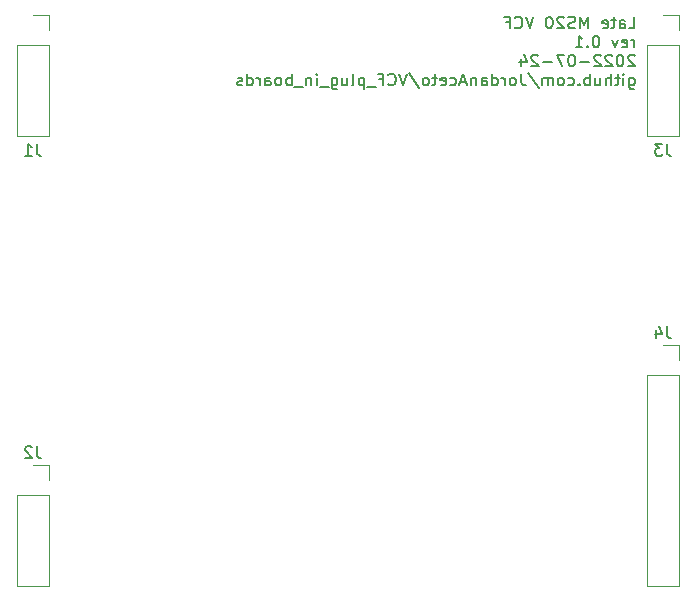
<source format=gbo>
G04 #@! TF.GenerationSoftware,KiCad,Pcbnew,6.0.5+dfsg-1~bpo11+1*
G04 #@! TF.CreationDate,2022-08-08T19:40:30+00:00*
G04 #@! TF.ProjectId,late_MS20_VCF_plug_in_board,6c617465-5f4d-4533-9230-5f5643465f70,0.1*
G04 #@! TF.SameCoordinates,Original*
G04 #@! TF.FileFunction,Legend,Bot*
G04 #@! TF.FilePolarity,Positive*
%FSLAX46Y46*%
G04 Gerber Fmt 4.6, Leading zero omitted, Abs format (unit mm)*
G04 Created by KiCad (PCBNEW 6.0.5+dfsg-1~bpo11+1) date 2022-08-08 19:40:30*
%MOMM*%
%LPD*%
G01*
G04 APERTURE LIST*
%ADD10C,0.150000*%
%ADD11C,0.120000*%
%ADD12C,1.542000*%
%ADD13C,1.702000*%
%ADD14O,1.802000X1.802000*%
G04 APERTURE END LIST*
D10*
X175515014Y-75405780D02*
X175991204Y-75405780D01*
X175991204Y-74405780D01*
X174753109Y-75405780D02*
X174753109Y-74881971D01*
X174800728Y-74786733D01*
X174895966Y-74739114D01*
X175086442Y-74739114D01*
X175181680Y-74786733D01*
X174753109Y-75358161D02*
X174848347Y-75405780D01*
X175086442Y-75405780D01*
X175181680Y-75358161D01*
X175229300Y-75262923D01*
X175229300Y-75167685D01*
X175181680Y-75072447D01*
X175086442Y-75024828D01*
X174848347Y-75024828D01*
X174753109Y-74977209D01*
X174419776Y-74739114D02*
X174038823Y-74739114D01*
X174276919Y-74405780D02*
X174276919Y-75262923D01*
X174229300Y-75358161D01*
X174134061Y-75405780D01*
X174038823Y-75405780D01*
X173324538Y-75358161D02*
X173419776Y-75405780D01*
X173610252Y-75405780D01*
X173705490Y-75358161D01*
X173753109Y-75262923D01*
X173753109Y-74881971D01*
X173705490Y-74786733D01*
X173610252Y-74739114D01*
X173419776Y-74739114D01*
X173324538Y-74786733D01*
X173276919Y-74881971D01*
X173276919Y-74977209D01*
X173753109Y-75072447D01*
X172086442Y-75405780D02*
X172086442Y-74405780D01*
X171753109Y-75120066D01*
X171419776Y-74405780D01*
X171419776Y-75405780D01*
X170991204Y-75358161D02*
X170848347Y-75405780D01*
X170610252Y-75405780D01*
X170515014Y-75358161D01*
X170467395Y-75310542D01*
X170419776Y-75215304D01*
X170419776Y-75120066D01*
X170467395Y-75024828D01*
X170515014Y-74977209D01*
X170610252Y-74929590D01*
X170800728Y-74881971D01*
X170895966Y-74834352D01*
X170943585Y-74786733D01*
X170991204Y-74691495D01*
X170991204Y-74596257D01*
X170943585Y-74501019D01*
X170895966Y-74453400D01*
X170800728Y-74405780D01*
X170562633Y-74405780D01*
X170419776Y-74453400D01*
X170038823Y-74501019D02*
X169991204Y-74453400D01*
X169895966Y-74405780D01*
X169657871Y-74405780D01*
X169562633Y-74453400D01*
X169515014Y-74501019D01*
X169467395Y-74596257D01*
X169467395Y-74691495D01*
X169515014Y-74834352D01*
X170086442Y-75405780D01*
X169467395Y-75405780D01*
X168848347Y-74405780D02*
X168753109Y-74405780D01*
X168657871Y-74453400D01*
X168610252Y-74501019D01*
X168562633Y-74596257D01*
X168515014Y-74786733D01*
X168515014Y-75024828D01*
X168562633Y-75215304D01*
X168610252Y-75310542D01*
X168657871Y-75358161D01*
X168753109Y-75405780D01*
X168848347Y-75405780D01*
X168943585Y-75358161D01*
X168991204Y-75310542D01*
X169038823Y-75215304D01*
X169086442Y-75024828D01*
X169086442Y-74786733D01*
X169038823Y-74596257D01*
X168991204Y-74501019D01*
X168943585Y-74453400D01*
X168848347Y-74405780D01*
X167467395Y-74405780D02*
X167134061Y-75405780D01*
X166800728Y-74405780D01*
X165895966Y-75310542D02*
X165943585Y-75358161D01*
X166086442Y-75405780D01*
X166181680Y-75405780D01*
X166324538Y-75358161D01*
X166419776Y-75262923D01*
X166467395Y-75167685D01*
X166515014Y-74977209D01*
X166515014Y-74834352D01*
X166467395Y-74643876D01*
X166419776Y-74548638D01*
X166324538Y-74453400D01*
X166181680Y-74405780D01*
X166086442Y-74405780D01*
X165943585Y-74453400D01*
X165895966Y-74501019D01*
X165134061Y-74881971D02*
X165467395Y-74881971D01*
X165467395Y-75405780D02*
X165467395Y-74405780D01*
X164991204Y-74405780D01*
X175991204Y-77015780D02*
X175991204Y-76349114D01*
X175991204Y-76539590D02*
X175943585Y-76444352D01*
X175895966Y-76396733D01*
X175800728Y-76349114D01*
X175705490Y-76349114D01*
X174991204Y-76968161D02*
X175086442Y-77015780D01*
X175276919Y-77015780D01*
X175372157Y-76968161D01*
X175419776Y-76872923D01*
X175419776Y-76491971D01*
X175372157Y-76396733D01*
X175276919Y-76349114D01*
X175086442Y-76349114D01*
X174991204Y-76396733D01*
X174943585Y-76491971D01*
X174943585Y-76587209D01*
X175419776Y-76682447D01*
X174610252Y-76349114D02*
X174372157Y-77015780D01*
X174134061Y-76349114D01*
X172800728Y-76015780D02*
X172705490Y-76015780D01*
X172610252Y-76063400D01*
X172562633Y-76111019D01*
X172515014Y-76206257D01*
X172467395Y-76396733D01*
X172467395Y-76634828D01*
X172515014Y-76825304D01*
X172562633Y-76920542D01*
X172610252Y-76968161D01*
X172705490Y-77015780D01*
X172800728Y-77015780D01*
X172895966Y-76968161D01*
X172943585Y-76920542D01*
X172991204Y-76825304D01*
X173038823Y-76634828D01*
X173038823Y-76396733D01*
X172991204Y-76206257D01*
X172943585Y-76111019D01*
X172895966Y-76063400D01*
X172800728Y-76015780D01*
X172038823Y-76920542D02*
X171991204Y-76968161D01*
X172038823Y-77015780D01*
X172086442Y-76968161D01*
X172038823Y-76920542D01*
X172038823Y-77015780D01*
X171038823Y-77015780D02*
X171610252Y-77015780D01*
X171324538Y-77015780D02*
X171324538Y-76015780D01*
X171419776Y-76158638D01*
X171515014Y-76253876D01*
X171610252Y-76301495D01*
X176038823Y-77721019D02*
X175991204Y-77673400D01*
X175895966Y-77625780D01*
X175657871Y-77625780D01*
X175562633Y-77673400D01*
X175515014Y-77721019D01*
X175467395Y-77816257D01*
X175467395Y-77911495D01*
X175515014Y-78054352D01*
X176086442Y-78625780D01*
X175467395Y-78625780D01*
X174848347Y-77625780D02*
X174753109Y-77625780D01*
X174657871Y-77673400D01*
X174610252Y-77721019D01*
X174562633Y-77816257D01*
X174515014Y-78006733D01*
X174515014Y-78244828D01*
X174562633Y-78435304D01*
X174610252Y-78530542D01*
X174657871Y-78578161D01*
X174753109Y-78625780D01*
X174848347Y-78625780D01*
X174943585Y-78578161D01*
X174991204Y-78530542D01*
X175038823Y-78435304D01*
X175086442Y-78244828D01*
X175086442Y-78006733D01*
X175038823Y-77816257D01*
X174991204Y-77721019D01*
X174943585Y-77673400D01*
X174848347Y-77625780D01*
X174134061Y-77721019D02*
X174086442Y-77673400D01*
X173991204Y-77625780D01*
X173753109Y-77625780D01*
X173657871Y-77673400D01*
X173610252Y-77721019D01*
X173562633Y-77816257D01*
X173562633Y-77911495D01*
X173610252Y-78054352D01*
X174181680Y-78625780D01*
X173562633Y-78625780D01*
X173181680Y-77721019D02*
X173134061Y-77673400D01*
X173038823Y-77625780D01*
X172800728Y-77625780D01*
X172705490Y-77673400D01*
X172657871Y-77721019D01*
X172610252Y-77816257D01*
X172610252Y-77911495D01*
X172657871Y-78054352D01*
X173229300Y-78625780D01*
X172610252Y-78625780D01*
X172181680Y-78244828D02*
X171419776Y-78244828D01*
X170753109Y-77625780D02*
X170657871Y-77625780D01*
X170562633Y-77673400D01*
X170515014Y-77721019D01*
X170467395Y-77816257D01*
X170419776Y-78006733D01*
X170419776Y-78244828D01*
X170467395Y-78435304D01*
X170515014Y-78530542D01*
X170562633Y-78578161D01*
X170657871Y-78625780D01*
X170753109Y-78625780D01*
X170848347Y-78578161D01*
X170895966Y-78530542D01*
X170943585Y-78435304D01*
X170991204Y-78244828D01*
X170991204Y-78006733D01*
X170943585Y-77816257D01*
X170895966Y-77721019D01*
X170848347Y-77673400D01*
X170753109Y-77625780D01*
X170086442Y-77625780D02*
X169419776Y-77625780D01*
X169848347Y-78625780D01*
X169038823Y-78244828D02*
X168276919Y-78244828D01*
X167848347Y-77721019D02*
X167800728Y-77673400D01*
X167705490Y-77625780D01*
X167467395Y-77625780D01*
X167372157Y-77673400D01*
X167324538Y-77721019D01*
X167276919Y-77816257D01*
X167276919Y-77911495D01*
X167324538Y-78054352D01*
X167895966Y-78625780D01*
X167276919Y-78625780D01*
X166419776Y-77959114D02*
X166419776Y-78625780D01*
X166657871Y-77578161D02*
X166895966Y-78292447D01*
X166276919Y-78292447D01*
X175562633Y-79569114D02*
X175562633Y-80378638D01*
X175610252Y-80473876D01*
X175657871Y-80521495D01*
X175753109Y-80569114D01*
X175895966Y-80569114D01*
X175991204Y-80521495D01*
X175562633Y-80188161D02*
X175657871Y-80235780D01*
X175848347Y-80235780D01*
X175943585Y-80188161D01*
X175991204Y-80140542D01*
X176038823Y-80045304D01*
X176038823Y-79759590D01*
X175991204Y-79664352D01*
X175943585Y-79616733D01*
X175848347Y-79569114D01*
X175657871Y-79569114D01*
X175562633Y-79616733D01*
X175086442Y-80235780D02*
X175086442Y-79569114D01*
X175086442Y-79235780D02*
X175134061Y-79283400D01*
X175086442Y-79331019D01*
X175038823Y-79283400D01*
X175086442Y-79235780D01*
X175086442Y-79331019D01*
X174753109Y-79569114D02*
X174372157Y-79569114D01*
X174610252Y-79235780D02*
X174610252Y-80092923D01*
X174562633Y-80188161D01*
X174467395Y-80235780D01*
X174372157Y-80235780D01*
X174038823Y-80235780D02*
X174038823Y-79235780D01*
X173610252Y-80235780D02*
X173610252Y-79711971D01*
X173657871Y-79616733D01*
X173753109Y-79569114D01*
X173895966Y-79569114D01*
X173991204Y-79616733D01*
X174038823Y-79664352D01*
X172705490Y-79569114D02*
X172705490Y-80235780D01*
X173134061Y-79569114D02*
X173134061Y-80092923D01*
X173086442Y-80188161D01*
X172991204Y-80235780D01*
X172848347Y-80235780D01*
X172753109Y-80188161D01*
X172705490Y-80140542D01*
X172229300Y-80235780D02*
X172229300Y-79235780D01*
X172229300Y-79616733D02*
X172134061Y-79569114D01*
X171943585Y-79569114D01*
X171848347Y-79616733D01*
X171800728Y-79664352D01*
X171753109Y-79759590D01*
X171753109Y-80045304D01*
X171800728Y-80140542D01*
X171848347Y-80188161D01*
X171943585Y-80235780D01*
X172134061Y-80235780D01*
X172229300Y-80188161D01*
X171324538Y-80140542D02*
X171276919Y-80188161D01*
X171324538Y-80235780D01*
X171372157Y-80188161D01*
X171324538Y-80140542D01*
X171324538Y-80235780D01*
X170419776Y-80188161D02*
X170515014Y-80235780D01*
X170705490Y-80235780D01*
X170800728Y-80188161D01*
X170848347Y-80140542D01*
X170895966Y-80045304D01*
X170895966Y-79759590D01*
X170848347Y-79664352D01*
X170800728Y-79616733D01*
X170705490Y-79569114D01*
X170515014Y-79569114D01*
X170419776Y-79616733D01*
X169848347Y-80235780D02*
X169943585Y-80188161D01*
X169991204Y-80140542D01*
X170038823Y-80045304D01*
X170038823Y-79759590D01*
X169991204Y-79664352D01*
X169943585Y-79616733D01*
X169848347Y-79569114D01*
X169705490Y-79569114D01*
X169610252Y-79616733D01*
X169562633Y-79664352D01*
X169515014Y-79759590D01*
X169515014Y-80045304D01*
X169562633Y-80140542D01*
X169610252Y-80188161D01*
X169705490Y-80235780D01*
X169848347Y-80235780D01*
X169086442Y-80235780D02*
X169086442Y-79569114D01*
X169086442Y-79664352D02*
X169038823Y-79616733D01*
X168943585Y-79569114D01*
X168800728Y-79569114D01*
X168705490Y-79616733D01*
X168657871Y-79711971D01*
X168657871Y-80235780D01*
X168657871Y-79711971D02*
X168610252Y-79616733D01*
X168515014Y-79569114D01*
X168372157Y-79569114D01*
X168276919Y-79616733D01*
X168229300Y-79711971D01*
X168229300Y-80235780D01*
X167038823Y-79188161D02*
X167895966Y-80473876D01*
X166419776Y-79235780D02*
X166419776Y-79950066D01*
X166467395Y-80092923D01*
X166562633Y-80188161D01*
X166705490Y-80235780D01*
X166800728Y-80235780D01*
X165800728Y-80235780D02*
X165895966Y-80188161D01*
X165943585Y-80140542D01*
X165991204Y-80045304D01*
X165991204Y-79759590D01*
X165943585Y-79664352D01*
X165895966Y-79616733D01*
X165800728Y-79569114D01*
X165657871Y-79569114D01*
X165562633Y-79616733D01*
X165515014Y-79664352D01*
X165467395Y-79759590D01*
X165467395Y-80045304D01*
X165515014Y-80140542D01*
X165562633Y-80188161D01*
X165657871Y-80235780D01*
X165800728Y-80235780D01*
X165038823Y-80235780D02*
X165038823Y-79569114D01*
X165038823Y-79759590D02*
X164991204Y-79664352D01*
X164943585Y-79616733D01*
X164848347Y-79569114D01*
X164753109Y-79569114D01*
X163991204Y-80235780D02*
X163991204Y-79235780D01*
X163991204Y-80188161D02*
X164086442Y-80235780D01*
X164276919Y-80235780D01*
X164372157Y-80188161D01*
X164419776Y-80140542D01*
X164467395Y-80045304D01*
X164467395Y-79759590D01*
X164419776Y-79664352D01*
X164372157Y-79616733D01*
X164276919Y-79569114D01*
X164086442Y-79569114D01*
X163991204Y-79616733D01*
X163086442Y-80235780D02*
X163086442Y-79711971D01*
X163134061Y-79616733D01*
X163229300Y-79569114D01*
X163419776Y-79569114D01*
X163515014Y-79616733D01*
X163086442Y-80188161D02*
X163181680Y-80235780D01*
X163419776Y-80235780D01*
X163515014Y-80188161D01*
X163562633Y-80092923D01*
X163562633Y-79997685D01*
X163515014Y-79902447D01*
X163419776Y-79854828D01*
X163181680Y-79854828D01*
X163086442Y-79807209D01*
X162610252Y-79569114D02*
X162610252Y-80235780D01*
X162610252Y-79664352D02*
X162562633Y-79616733D01*
X162467395Y-79569114D01*
X162324538Y-79569114D01*
X162229300Y-79616733D01*
X162181680Y-79711971D01*
X162181680Y-80235780D01*
X161753109Y-79950066D02*
X161276919Y-79950066D01*
X161848347Y-80235780D02*
X161515014Y-79235780D01*
X161181680Y-80235780D01*
X160419776Y-80188161D02*
X160515014Y-80235780D01*
X160705490Y-80235780D01*
X160800728Y-80188161D01*
X160848347Y-80140542D01*
X160895966Y-80045304D01*
X160895966Y-79759590D01*
X160848347Y-79664352D01*
X160800728Y-79616733D01*
X160705490Y-79569114D01*
X160515014Y-79569114D01*
X160419776Y-79616733D01*
X159610252Y-80188161D02*
X159705490Y-80235780D01*
X159895966Y-80235780D01*
X159991204Y-80188161D01*
X160038823Y-80092923D01*
X160038823Y-79711971D01*
X159991204Y-79616733D01*
X159895966Y-79569114D01*
X159705490Y-79569114D01*
X159610252Y-79616733D01*
X159562633Y-79711971D01*
X159562633Y-79807209D01*
X160038823Y-79902447D01*
X159276919Y-79569114D02*
X158895966Y-79569114D01*
X159134061Y-79235780D02*
X159134061Y-80092923D01*
X159086442Y-80188161D01*
X158991204Y-80235780D01*
X158895966Y-80235780D01*
X158419776Y-80235780D02*
X158515014Y-80188161D01*
X158562633Y-80140542D01*
X158610252Y-80045304D01*
X158610252Y-79759590D01*
X158562633Y-79664352D01*
X158515014Y-79616733D01*
X158419776Y-79569114D01*
X158276919Y-79569114D01*
X158181680Y-79616733D01*
X158134061Y-79664352D01*
X158086442Y-79759590D01*
X158086442Y-80045304D01*
X158134061Y-80140542D01*
X158181680Y-80188161D01*
X158276919Y-80235780D01*
X158419776Y-80235780D01*
X156943585Y-79188161D02*
X157800728Y-80473876D01*
X156753109Y-79235780D02*
X156419776Y-80235780D01*
X156086442Y-79235780D01*
X155181680Y-80140542D02*
X155229300Y-80188161D01*
X155372157Y-80235780D01*
X155467395Y-80235780D01*
X155610252Y-80188161D01*
X155705490Y-80092923D01*
X155753109Y-79997685D01*
X155800728Y-79807209D01*
X155800728Y-79664352D01*
X155753109Y-79473876D01*
X155705490Y-79378638D01*
X155610252Y-79283400D01*
X155467395Y-79235780D01*
X155372157Y-79235780D01*
X155229300Y-79283400D01*
X155181680Y-79331019D01*
X154419776Y-79711971D02*
X154753109Y-79711971D01*
X154753109Y-80235780D02*
X154753109Y-79235780D01*
X154276919Y-79235780D01*
X154134061Y-80331019D02*
X153372157Y-80331019D01*
X153134061Y-79569114D02*
X153134061Y-80569114D01*
X153134061Y-79616733D02*
X153038823Y-79569114D01*
X152848347Y-79569114D01*
X152753109Y-79616733D01*
X152705490Y-79664352D01*
X152657871Y-79759590D01*
X152657871Y-80045304D01*
X152705490Y-80140542D01*
X152753109Y-80188161D01*
X152848347Y-80235780D01*
X153038823Y-80235780D01*
X153134061Y-80188161D01*
X152086442Y-80235780D02*
X152181680Y-80188161D01*
X152229300Y-80092923D01*
X152229300Y-79235780D01*
X151276919Y-79569114D02*
X151276919Y-80235780D01*
X151705490Y-79569114D02*
X151705490Y-80092923D01*
X151657871Y-80188161D01*
X151562633Y-80235780D01*
X151419776Y-80235780D01*
X151324538Y-80188161D01*
X151276919Y-80140542D01*
X150372157Y-79569114D02*
X150372157Y-80378638D01*
X150419776Y-80473876D01*
X150467395Y-80521495D01*
X150562633Y-80569114D01*
X150705490Y-80569114D01*
X150800728Y-80521495D01*
X150372157Y-80188161D02*
X150467395Y-80235780D01*
X150657871Y-80235780D01*
X150753109Y-80188161D01*
X150800728Y-80140542D01*
X150848347Y-80045304D01*
X150848347Y-79759590D01*
X150800728Y-79664352D01*
X150753109Y-79616733D01*
X150657871Y-79569114D01*
X150467395Y-79569114D01*
X150372157Y-79616733D01*
X150134061Y-80331019D02*
X149372157Y-80331019D01*
X149134061Y-80235780D02*
X149134061Y-79569114D01*
X149134061Y-79235780D02*
X149181680Y-79283400D01*
X149134061Y-79331019D01*
X149086442Y-79283400D01*
X149134061Y-79235780D01*
X149134061Y-79331019D01*
X148657871Y-79569114D02*
X148657871Y-80235780D01*
X148657871Y-79664352D02*
X148610252Y-79616733D01*
X148515014Y-79569114D01*
X148372157Y-79569114D01*
X148276919Y-79616733D01*
X148229300Y-79711971D01*
X148229300Y-80235780D01*
X147991204Y-80331019D02*
X147229300Y-80331019D01*
X146991204Y-80235780D02*
X146991204Y-79235780D01*
X146991204Y-79616733D02*
X146895966Y-79569114D01*
X146705490Y-79569114D01*
X146610252Y-79616733D01*
X146562633Y-79664352D01*
X146515014Y-79759590D01*
X146515014Y-80045304D01*
X146562633Y-80140542D01*
X146610252Y-80188161D01*
X146705490Y-80235780D01*
X146895966Y-80235780D01*
X146991204Y-80188161D01*
X145943585Y-80235780D02*
X146038823Y-80188161D01*
X146086442Y-80140542D01*
X146134061Y-80045304D01*
X146134061Y-79759590D01*
X146086442Y-79664352D01*
X146038823Y-79616733D01*
X145943585Y-79569114D01*
X145800728Y-79569114D01*
X145705490Y-79616733D01*
X145657871Y-79664352D01*
X145610252Y-79759590D01*
X145610252Y-80045304D01*
X145657871Y-80140542D01*
X145705490Y-80188161D01*
X145800728Y-80235780D01*
X145943585Y-80235780D01*
X144753109Y-80235780D02*
X144753109Y-79711971D01*
X144800728Y-79616733D01*
X144895966Y-79569114D01*
X145086442Y-79569114D01*
X145181680Y-79616733D01*
X144753109Y-80188161D02*
X144848347Y-80235780D01*
X145086442Y-80235780D01*
X145181680Y-80188161D01*
X145229300Y-80092923D01*
X145229300Y-79997685D01*
X145181680Y-79902447D01*
X145086442Y-79854828D01*
X144848347Y-79854828D01*
X144753109Y-79807209D01*
X144276919Y-80235780D02*
X144276919Y-79569114D01*
X144276919Y-79759590D02*
X144229300Y-79664352D01*
X144181680Y-79616733D01*
X144086442Y-79569114D01*
X143991204Y-79569114D01*
X143229300Y-80235780D02*
X143229300Y-79235780D01*
X143229300Y-80188161D02*
X143324538Y-80235780D01*
X143515014Y-80235780D01*
X143610252Y-80188161D01*
X143657871Y-80140542D01*
X143705490Y-80045304D01*
X143705490Y-79759590D01*
X143657871Y-79664352D01*
X143610252Y-79616733D01*
X143515014Y-79569114D01*
X143324538Y-79569114D01*
X143229300Y-79616733D01*
X142800728Y-80188161D02*
X142705490Y-80235780D01*
X142515014Y-80235780D01*
X142419776Y-80188161D01*
X142372157Y-80092923D01*
X142372157Y-80045304D01*
X142419776Y-79950066D01*
X142515014Y-79902447D01*
X142657871Y-79902447D01*
X142753109Y-79854828D01*
X142800728Y-79759590D01*
X142800728Y-79711971D01*
X142753109Y-79616733D01*
X142657871Y-79569114D01*
X142515014Y-79569114D01*
X142419776Y-79616733D01*
X125428333Y-85177380D02*
X125428333Y-85891666D01*
X125475952Y-86034523D01*
X125571190Y-86129761D01*
X125714047Y-86177380D01*
X125809285Y-86177380D01*
X124428333Y-86177380D02*
X124999761Y-86177380D01*
X124714047Y-86177380D02*
X124714047Y-85177380D01*
X124809285Y-85320238D01*
X124904523Y-85415476D01*
X124999761Y-85463095D01*
X125428333Y-110787380D02*
X125428333Y-111501666D01*
X125475952Y-111644523D01*
X125571190Y-111739761D01*
X125714047Y-111787380D01*
X125809285Y-111787380D01*
X124999761Y-110882619D02*
X124952142Y-110835000D01*
X124856904Y-110787380D01*
X124618809Y-110787380D01*
X124523571Y-110835000D01*
X124475952Y-110882619D01*
X124428333Y-110977857D01*
X124428333Y-111073095D01*
X124475952Y-111215952D01*
X125047380Y-111787380D01*
X124428333Y-111787380D01*
X178768333Y-85177380D02*
X178768333Y-85891666D01*
X178815952Y-86034523D01*
X178911190Y-86129761D01*
X179054047Y-86177380D01*
X179149285Y-86177380D01*
X178387380Y-85177380D02*
X177768333Y-85177380D01*
X178101666Y-85558333D01*
X177958809Y-85558333D01*
X177863571Y-85605952D01*
X177815952Y-85653571D01*
X177768333Y-85748809D01*
X177768333Y-85986904D01*
X177815952Y-86082142D01*
X177863571Y-86129761D01*
X177958809Y-86177380D01*
X178244523Y-86177380D01*
X178339761Y-86129761D01*
X178387380Y-86082142D01*
X178768333Y-100627380D02*
X178768333Y-101341666D01*
X178815952Y-101484523D01*
X178911190Y-101579761D01*
X179054047Y-101627380D01*
X179149285Y-101627380D01*
X177863571Y-100960714D02*
X177863571Y-101627380D01*
X178101666Y-100579761D02*
X178339761Y-101294047D01*
X177720714Y-101294047D01*
D11*
X126425000Y-74235000D02*
X125095000Y-74235000D01*
X126425000Y-76835000D02*
X123765000Y-76835000D01*
X126425000Y-76835000D02*
X126425000Y-84515000D01*
X126425000Y-75565000D02*
X126425000Y-74235000D01*
X123765000Y-76835000D02*
X123765000Y-84515000D01*
X126425000Y-84515000D02*
X123765000Y-84515000D01*
X126425000Y-122615000D02*
X123765000Y-122615000D01*
X126425000Y-112335000D02*
X125095000Y-112335000D01*
X126425000Y-114935000D02*
X126425000Y-122615000D01*
X126425000Y-113665000D02*
X126425000Y-112335000D01*
X123765000Y-114935000D02*
X123765000Y-122615000D01*
X126425000Y-114935000D02*
X123765000Y-114935000D01*
X179765000Y-76835000D02*
X179765000Y-84515000D01*
X179765000Y-76835000D02*
X177105000Y-76835000D01*
X179765000Y-74235000D02*
X178435000Y-74235000D01*
X177105000Y-76835000D02*
X177105000Y-84515000D01*
X179765000Y-84515000D02*
X177105000Y-84515000D01*
X179765000Y-75565000D02*
X179765000Y-74235000D01*
X179765000Y-122615000D02*
X177105000Y-122615000D01*
X179765000Y-104775000D02*
X177105000Y-104775000D01*
X177105000Y-104775000D02*
X177105000Y-122615000D01*
X179765000Y-104775000D02*
X179765000Y-122615000D01*
X179765000Y-102175000D02*
X178435000Y-102175000D01*
X179765000Y-103505000D02*
X179765000Y-102175000D01*
%LPC*%
D12*
X137541000Y-118745000D03*
X137541000Y-116205000D03*
X137541000Y-113665000D03*
X130683000Y-118745000D03*
X130683000Y-116205000D03*
X130683000Y-113665000D03*
D13*
X177165000Y-88345000D03*
X177165000Y-93345000D03*
G36*
G01*
X127850000Y-101485000D02*
X126150000Y-101485000D01*
G75*
G02*
X126099000Y-101434000I0J51000D01*
G01*
X126099000Y-99734000D01*
G75*
G02*
X126150000Y-99683000I51000J0D01*
G01*
X127850000Y-99683000D01*
G75*
G02*
X127901000Y-99734000I0J-51000D01*
G01*
X127901000Y-101434000D01*
G75*
G02*
X127850000Y-101485000I-51000J0D01*
G01*
G37*
D14*
X127000000Y-98044000D03*
X129540000Y-100584000D03*
X129540000Y-98044000D03*
X132080000Y-100584000D03*
X132080000Y-98044000D03*
X134620000Y-100584000D03*
X134620000Y-98044000D03*
D12*
X144399000Y-118745000D03*
X144399000Y-116205000D03*
X144399000Y-113665000D03*
G36*
G01*
X125996000Y-74715000D02*
X125996000Y-76415000D01*
G75*
G02*
X125945000Y-76466000I-51000J0D01*
G01*
X124245000Y-76466000D01*
G75*
G02*
X124194000Y-76415000I0J51000D01*
G01*
X124194000Y-74715000D01*
G75*
G02*
X124245000Y-74664000I51000J0D01*
G01*
X125945000Y-74664000D01*
G75*
G02*
X125996000Y-74715000I0J-51000D01*
G01*
G37*
D14*
X125095000Y-78105000D03*
X125095000Y-80645000D03*
X125095000Y-83185000D03*
G36*
G01*
X125996000Y-112815000D02*
X125996000Y-114515000D01*
G75*
G02*
X125945000Y-114566000I-51000J0D01*
G01*
X124245000Y-114566000D01*
G75*
G02*
X124194000Y-114515000I0J51000D01*
G01*
X124194000Y-112815000D01*
G75*
G02*
X124245000Y-112764000I51000J0D01*
G01*
X125945000Y-112764000D01*
G75*
G02*
X125996000Y-112815000I0J-51000D01*
G01*
G37*
X125095000Y-116205000D03*
X125095000Y-118745000D03*
X125095000Y-121285000D03*
G36*
G01*
X179336000Y-74715000D02*
X179336000Y-76415000D01*
G75*
G02*
X179285000Y-76466000I-51000J0D01*
G01*
X177585000Y-76466000D01*
G75*
G02*
X177534000Y-76415000I0J51000D01*
G01*
X177534000Y-74715000D01*
G75*
G02*
X177585000Y-74664000I51000J0D01*
G01*
X179285000Y-74664000D01*
G75*
G02*
X179336000Y-74715000I0J-51000D01*
G01*
G37*
X178435000Y-78105000D03*
X178435000Y-80645000D03*
X178435000Y-83185000D03*
G36*
G01*
X179336000Y-102655000D02*
X179336000Y-104355000D01*
G75*
G02*
X179285000Y-104406000I-51000J0D01*
G01*
X177585000Y-104406000D01*
G75*
G02*
X177534000Y-104355000I0J51000D01*
G01*
X177534000Y-102655000D01*
G75*
G02*
X177585000Y-102604000I51000J0D01*
G01*
X179285000Y-102604000D01*
G75*
G02*
X179336000Y-102655000I0J-51000D01*
G01*
G37*
X178435000Y-106045000D03*
X178435000Y-108585000D03*
X178435000Y-111125000D03*
X178435000Y-113665000D03*
X178435000Y-116205000D03*
X178435000Y-118745000D03*
X178435000Y-121285000D03*
M02*

</source>
